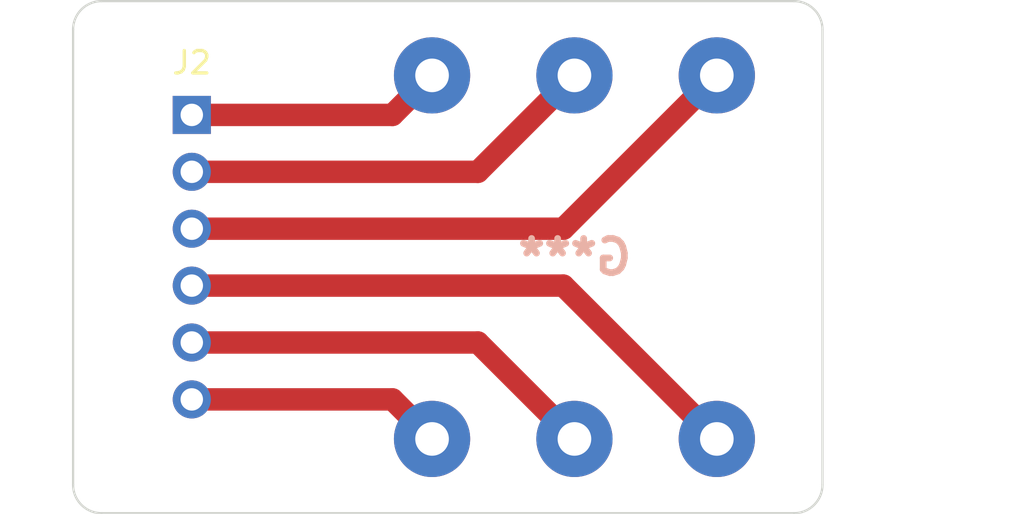
<source format=kicad_pcb>
(kicad_pcb (version 20211014) (generator pcbnew)
  (layers (0 "F.Cu" signal) (31 "B.Cu" signal) (34 "B.Paste" user) (35 "F.Paste" user) (36 "B.SilkS" user "B.Silkscreen") (37 "F.SilkS" user "F.Silkscreen") (38 "B.Mask" user) (39 "F.Mask" user) (44 "Edge.Cuts" user))
  (net 0 "")
  (net 1 "Net-(J1-PadR)")
  (net 2 "Net-(J1-PadRN)")
  (net 3 "Net-(J1-PadS)")
  (net 4 "Net-(J1-PadSN)")
  (net 5 "Net-(J1-PadT)")
  (net 6 "Net-(J1-PadTN)")
  (footprint "Connector_PinHeader_2.54mm:PinHeader_1x06_P2.54mm_Vertical" (layer "F.Cu") (at 117.921875 96.52)
    (fp_text reference "J2" (at 0 -2.33) (layer "F.SilkS"))
    (fp_text value "Screw_Terminal_01x06")
    (pad "1" thru_hole rect (at 0 0) (size 1.7 1.7) (drill 1) (layers *.Cu *.Mask) (net 5 "Net-(J1-PadT)"))
    (pad "2" thru_hole oval (at 0 2.54) (size 1.7 1.7) (drill 1) (layers *.Cu *.Mask) (net 1 "Net-(J1-PadR)"))
    (pad "3" thru_hole oval (at 0 5.08) (size 1.7 1.7) (drill 1) (layers *.Cu *.Mask) (net 3 "Net-(J1-PadS)"))
    (pad "4" thru_hole oval (at 0 7.62) (size 1.7 1.7) (drill 1) (layers *.Cu *.Mask) (net 4 "Net-(J1-PadSN)"))
    (pad "5" thru_hole oval (at 0 10.16) (size 1.7 1.7) (drill 1) (layers *.Cu *.Mask) (net 2 "Net-(J1-PadRN)"))
    (pad "6" thru_hole oval (at 0 12.7) (size 1.7 1.7) (drill 1) (layers *.Cu *.Mask) (net 6 "Net-(J1-PadTN)"))
  )
  (footprint "Connector_Audio:Jack_6.35mm_Neutrik_NMJ6HFD4_Horizontal" (layer "F.Cu") (at 128.6375 94.755)
    (fp_text reference "J1" hide)
    (fp_text value "AudioJack3_Switch" hide)
    (pad "R" thru_hole circle (at 6.35 0) (size 3.4 3.4) (drill 1.5) (layers *.Cu *.Mask) (net 1 "Net-(J1-PadR)"))
    (pad "RN" thru_hole circle (at 6.35 16.23) (size 3.4 3.4) (drill 1.5) (layers *.Cu *.Mask) (net 2 "Net-(J1-PadRN)"))
    (pad "S" thru_hole circle (at 12.7 0) (size 3.4 3.4) (drill 1.5) (layers *.Cu *.Mask) (net 3 "Net-(J1-PadS)"))
    (pad "SN" thru_hole circle (at 12.7 16.23) (size 3.4 3.4) (drill 1.5) (layers *.Cu *.Mask) (net 4 "Net-(J1-PadSN)"))
    (pad "T" thru_hole circle (at 0 0) (size 3.4 3.4) (drill 1.5) (layers *.Cu *.Mask) (net 5 "Net-(J1-PadT)"))
    (pad "TN" thru_hole circle (at 0 16.23) (size 3.4 3.4) (drill 1.5) (layers *.Cu *.Mask) (net 6 "Net-(J1-PadTN)"))
  )
  (footprint "TRS_Breakout:logo" (layer "B.Cu") (at 135 102.87 180)
    (fp_text reference "G***" (at 0 0) (layer "B.SilkS") (effects (font (size 1.524 1.524) (thickness 0.3)) (justify mirror)))
    (fp_text value "LOGO" hide)
  )
  (gr_line (start 113.898026 114.3) (end 144.78 114.3) (layer "Edge.Cuts") (width 0.1))
  (gr_arc (start 113.898026 114.3) (mid 113 113.928026) (end 112.628026 113.03) (layer "Edge.Cuts") (width 0.1))
  (gr_arc (start 144.78 91.44) (mid 145.678026 91.811974) (end 146.05 92.71) (layer "Edge.Cuts") (width 0.1))
  (gr_line (start 144.78 91.44) (end 113.898026 91.44) (layer "Edge.Cuts") (width 0.1))
  (gr_arc (start 112.628026 92.71) (mid 113 91.811974) (end 113.898026 91.44) (layer "Edge.Cuts") (width 0.1))
  (gr_line (start 112.628026 92.71) (end 112.628026 113.03) (layer "Edge.Cuts") (width 0.1))
  (gr_line (start 146.05 113.03) (end 146.05 92.71) (layer "Edge.Cuts") (width 0.1))
  (gr_arc (start 146.05 113.03) (mid 145.678026 113.928026) (end 144.78 114.3) (layer "Edge.Cuts") (width 0.1))
  (segment (start 117.921875 99.06) (end 130.6825 99.06) (width 1) (layer "F.Cu") (net 1))
  (segment (start 130.6825 99.06) (end 134.9875 94.755) (width 1) (layer "F.Cu") (net 1))
  (segment (start 117.921875 106.68) (end 130.6825 106.68) (width 1) (layer "F.Cu") (net 2))
  (segment (start 130.6825 106.68) (end 134.9875 110.985) (width 1) (layer "F.Cu") (net 2))
  (segment (start 141.3375 94.755) (end 134.4925 101.6) (width 1) (layer "F.Cu") (net 3))
  (segment (start 134.4925 101.6) (end 117.921875 101.6) (width 1) (layer "F.Cu") (net 3))
  (segment (start 117.921875 104.14) (end 134.4925 104.14) (width 1) (layer "F.Cu") (net 4))
  (segment (start 134.4925 104.14) (end 141.3375 110.985) (width 1) (layer "F.Cu") (net 4))
  (segment (start 126.8725 96.52) (end 128.6375 94.755) (width 1) (layer "F.Cu") (net 5))
  (segment (start 117.921875 96.52) (end 126.8725 96.52) (width 1) (layer "F.Cu") (net 5))
  (segment (start 126.8725 109.22) (end 128.6375 110.985) (width 1) (layer "F.Cu") (net 6))
  (segment (start 117.921875 109.22) (end 126.8725 109.22) (width 1) (layer "F.Cu") (net 6))
)
</source>
